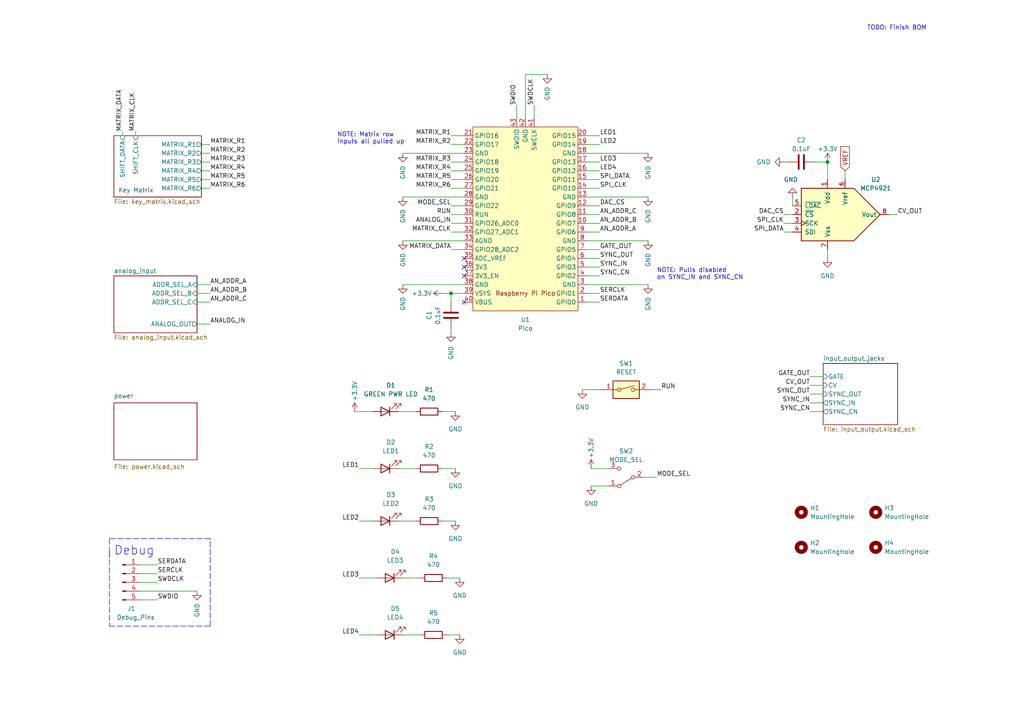
<source format=kicad_sch>
(kicad_sch (version 20211123) (generator eeschema)
  (paper "A4")
  (title_block (title "Keyboard Controller") (rev "1"))
  (lib_symbols
    (symbol "Analog_DAC:MCP4921" (pin_names (offset 1.016))
      (property "Reference" "U" (at 6.35 10.795 0))
      (property "Value" "MCP4921" (at 6.35 8.89 0))
      (symbol "MCP4921_0_0"
        (polyline (pts (xy 15.24 0) (xy 7.62 7.62) (xy -7.62 7.62) (xy -7.62 -7.62) (xy 7.62 -7.62) (xy 15.24 0)) (stroke (width 0.254)) (fill (type background)))
      )
      (symbol "MCP4921_1_1"
        (pin power_in line (at 0 10.16 270) (length 2.54) (name "Vdd") (number "1"))
        (pin input line (at -10.16 0 0) (length 2.54) (name "~{CS}") (number "2"))
        (pin input clock (at -10.16 -2.54 0) (length 2.54) (name "SCK") (number "3"))
        (pin input line (at -10.16 -5.08 0) (length 2.54) (name "SDI") (number "4"))
        (pin input line (at -10.16 2.54 0) (length 2.54) (name "~{LDAC}") (number "5"))
        (pin power_in line (at 5.08 10.16 270) (length 2.54) (name "Vref") (number "6"))
        (pin power_in line (at 0 -10.16 90) (length 2.54) (name "Vss") (number "7"))
        (pin output line (at 17.78 0 180) (length 2.54) (name "Vout") (number "8"))
      )
    )
    (symbol "Connector:Conn_01x05_Male" (pin_names (offset 1.016) hide)
      (property "Reference" "J" (at 0 7.62 0))
      (property "Value" "Conn_01x05_Male" (at 0 -7.62 0))
      (symbol "Conn_01x05_Male_1_1"
        (polyline (pts (xy 1.27 -5.08) (xy 0.8636 -5.08)) (stroke (width 0.1524)))
        (polyline (pts (xy 1.27 -2.54) (xy 0.8636 -2.54)) (stroke (width 0.1524)))
        (polyline (pts (xy 1.27 0) (xy 0.8636 0)) (stroke (width 0.1524)))
        (polyline (pts (xy 1.27 2.54) (xy 0.8636 2.54)) (stroke (width 0.1524)))
        (polyline (pts (xy 1.27 5.08) (xy 0.8636 5.08)) (stroke (width 0.1524)))
        (rectangle (start 0.8636 -4.953) (end 0 -5.207) (stroke (width 0.1524)) (fill (type outline)))
        (rectangle (start 0.8636 -2.413) (end 0 -2.667) (stroke (width 0.1524)) (fill (type outline)))
        (rectangle (start 0.8636 0.127) (end 0 -0.127) (stroke (width 0.1524)) (fill (type outline)))
        (rectangle (start 0.8636 2.667) (end 0 2.413) (stroke (width 0.1524)) (fill (type outline)))
        (rectangle (start 0.8636 5.207) (end 0 4.953) (stroke (width 0.1524)) (fill (type outline)))
        (pin passive line (at 5.08 5.08 180) (length 3.81) (name "Pin_1") (number "1"))
        (pin passive line (at 5.08 2.54 180) (length 3.81) (name "Pin_2") (number "2"))
        (pin passive line (at 5.08 0 180) (length 3.81) (name "Pin_3") (number "3"))
        (pin passive line (at 5.08 -2.54 180) (length 3.81) (name "Pin_4") (number "4"))
        (pin passive line (at 5.08 -5.08 180) (length 3.81) (name "Pin_5") (number "5"))
      )
    )
    (symbol "Device:C" (pin_numbers hide) (pin_names (offset 0.254))
      (property "Reference" "C" (at 0.635 2.54 0))
      (property "Value" "C" (at 0.635 -2.54 0))
      (symbol "C_0_1"
        (polyline (pts (xy -2.032 -0.762) (xy 2.032 -0.762)) (stroke (width 0.508)))
        (polyline (pts (xy -2.032 0.762) (xy 2.032 0.762)) (stroke (width 0.508)))
      )
      (symbol "C_1_1"
        (pin passive line (at 0 3.81 270) (length 2.794) (name "~") (number "1"))
        (pin passive line (at 0 -3.81 90) (length 2.794) (name "~") (number "2"))
      )
    )
    (symbol "Device:LED" (pin_numbers hide) (pin_names (offset 1.016) hide)
      (property "Reference" "D" (at 0 2.54 0))
      (property "Value" "LED" (at 0 -2.54 0))
      (symbol "LED_0_1"
        (polyline (pts (xy -1.27 -1.27) (xy -1.27 1.27)) (stroke (width 0.254)))
        (polyline (pts (xy -1.27 0) (xy 1.27 0)))
        (polyline (pts (xy 1.27 -1.27) (xy 1.27 1.27) (xy -1.27 0) (xy 1.27 -1.27)) (stroke (width 0.254)))
        (polyline (pts (xy -3.048 -0.762) (xy -4.572 -2.286) (xy -3.81 -2.286) (xy -4.572 -2.286) (xy -4.572 -1.524)))
        (polyline (pts (xy -1.778 -0.762) (xy -3.302 -2.286) (xy -2.54 -2.286) (xy -3.302 -2.286) (xy -3.302 -1.524)))
      )
      (symbol "LED_1_1"
        (pin passive line (at -3.81 0 0) (length 2.54) (name "K") (number "1"))
        (pin passive line (at 3.81 0 180) (length 2.54) (name "A") (number "2"))
      )
    )
    (symbol "Device:R" (pin_numbers hide) (pin_names (offset 0))
      (property "Reference" "R" (at 2.032 0 90))
      (property "Value" "R" (at 0 0 90))
      (symbol "R_0_1"
        (rectangle (start -1.016 -2.54) (end 1.016 2.54) (stroke (width 0.254)))
      )
      (symbol "R_1_1"
        (pin passive line (at 0 3.81 270) (length 1.27) (name "~") (number "1"))
        (pin passive line (at 0 -3.81 90) (length 1.27) (name "~") (number "2"))
      )
    )
    (symbol "MCU_RaspberryPi_and_Boards:Pico"
      (property "Reference" "U" (at -13.97 27.94 0))
      (property "Value" "Pico" (at 0 19.05 0))
      (symbol "Pico_0_0"
        (text "Raspberry Pi Pico" (at 0 21.59 0) (effects (font (size 1.27 1.27))))
      )
      (symbol "Pico_0_1"
        (rectangle (start -15.24 26.67) (end 15.24 -26.67) (fill (type background)))
      )
      (symbol "Pico_1_1"
        (pin bidirectional line (at -17.78 24.13 0) (length 2.54) (name "GPIO0") (number "1"))
        (pin bidirectional line (at -17.78 1.27 0) (length 2.54) (name "GPIO7") (number "10"))
        (pin bidirectional line (at -17.78 -1.27 0) (length 2.54) (name "GPIO8") (number "11"))
        (pin bidirectional line (at -17.78 -3.81 0) (length 2.54) (name "GPIO9") (number "12"))
        (pin power_in line (at -17.78 -6.35 0) (length 2.54) (name "GND") (number "13"))
        (pin bidirectional line (at -17.78 -8.89 0) (length 2.54) (name "GPIO10") (number "14"))
        (pin bidirectional line (at -17.78 -11.43 0) (length 2.54) (name "GPIO11") (number "15"))
        (pin bidirectional line (at -17.78 -13.97 0) (length 2.54) (name "GPIO12") (number "16"))
        (pin bidirectional line (at -17.78 -16.51 0) (length 2.54) (name "GPIO13") (number "17"))
        (pin power_in line (at -17.78 -19.05 0) (length 2.54) (name "GND") (number "18"))
        (pin bidirectional line (at -17.78 -21.59 0) (length 2.54) (name "GPIO14") (number "19"))
        (pin bidirectional line (at -17.78 21.59 0) (length 2.54) (name "GPIO1") (number "2"))
        (pin bidirectional line (at -17.78 -24.13 0) (length 2.54) (name "GPIO15") (number "20"))
        (pin bidirectional line (at 17.78 -24.13 180) (length 2.54) (name "GPIO16") (number "21"))
        (pin bidirectional line (at 17.78 -21.59 180) (length 2.54) (name "GPIO17") (number "22"))
        (pin power_in line (at 17.78 -19.05 180) (length 2.54) (name "GND") (number "23"))
        (pin bidirectional line (at 17.78 -16.51 180) (length 2.54) (name "GPIO18") (number "24"))
        (pin bidirectional line (at 17.78 -13.97 180) (length 2.54) (name "GPIO19") (number "25"))
        (pin bidirectional line (at 17.78 -11.43 180) (length 2.54) (name "GPIO20") (number "26"))
        (pin bidirectional line (at 17.78 -8.89 180) (length 2.54) (name "GPIO21") (number "27"))
        (pin power_in line (at 17.78 -6.35 180) (length 2.54) (name "GND") (number "28"))
        (pin bidirectional line (at 17.78 -3.81 180) (length 2.54) (name "GPIO22") (number "29"))
        (pin power_in line (at -17.78 19.05 0) (length 2.54) (name "GND") (number "3"))
        (pin input line (at 17.78 -1.27 180) (length 2.54) (name "RUN") (number "30"))
        (pin bidirectional line (at 17.78 1.27 180) (length 2.54) (name "GPIO26_ADC0") (number "31"))
        (pin bidirectional line (at 17.78 3.81 180) (length 2.54) (name "GPIO27_ADC1") (number "32"))
        (pin power_in line (at 17.78 6.35 180) (length 2.54) (name "AGND") (number "33"))
        (pin bidirectional line (at 17.78 8.89 180) (length 2.54) (name "GPIO28_ADC2") (number "34"))
        (pin power_in line (at 17.78 11.43 180) (length 2.54) (name "ADC_VREF") (number "35"))
        (pin power_in line (at 17.78 13.97 180) (length 2.54) (name "3V3") (number "36"))
        (pin input line (at 17.78 16.51 180) (length 2.54) (name "3V3_EN") (number "37"))
        (pin power_in line (at 17.78 19.05 180) (length 2.54) (name "GND") (number "38"))
        (pin power_in line (at 17.78 21.59 180) (length 2.54) (name "VSYS") (number "39"))
        (pin bidirectional line (at -17.78 16.51 0) (length 2.54) (name "GPIO2") (number "4"))
        (pin power_in line (at 17.78 24.13 180) (length 2.54) (name "VBUS") (number "40"))
        (pin input line (at -2.54 -29.21 90) (length 2.54) (name "SWCLK") (number "41"))
        (pin power_in line (at 0 -29.21 90) (length 2.54) (name "GND") (number "42"))
        (pin bidirectional line (at 2.54 -29.21 90) (length 2.54) (name "SWDIO") (number "43"))
        (pin bidirectional line (at -17.78 13.97 0) (length 2.54) (name "GPIO3") (number "5"))
        (pin bidirectional line (at -17.78 11.43 0) (length 2.54) (name "GPIO4") (number "6"))
        (pin bidirectional line (at -17.78 8.89 0) (length 2.54) (name "GPIO5") (number "7"))
        (pin power_in line (at -17.78 6.35 0) (length 2.54) (name "GND") (number "8"))
        (pin bidirectional line (at -17.78 3.81 0) (length 2.54) (name "GPIO6") (number "9"))
      )
    )
    (symbol "Mechanical:MountingHole" (pin_names (offset 1.016))
      (property "Reference" "H" (at 0 5.08 0))
      (property "Value" "MountingHole" (at 0 3.175 0))
      (symbol "MountingHole_0_1"
        (circle (center 0 0) (radius 1.27) (stroke (width 1.27)))
      )
    )
    (symbol "Switch:SW_DIP_x01" (pin_names (offset 0) hide)
      (property "Reference" "SW" (at 0 3.81 0))
      (property "Value" "SW_DIP_x01" (at 0 -3.81 0))
      (symbol "SW_DIP_x01_0_0"
        (circle (center -2.032 0) (radius 0.508))
        (polyline (pts (xy -1.524 0.127) (xy 2.3622 1.1684)))
        (circle (center 2.032 0) (radius 0.508))
      )
      (symbol "SW_DIP_x01_0_1"
        (rectangle (start -3.81 2.54) (end 3.81 -2.54) (stroke (width 0.254)) (fill (type background)))
      )
      (symbol "SW_DIP_x01_1_1"
        (pin passive line (at -7.62 0 0) (length 5.08) (name "~") (number "1"))
        (pin passive line (at 7.62 0 180) (length 5.08) (name "~") (number "2"))
      )
    )
    (symbol "Switch:SW_SPDT" (pin_names (offset 0) hide)
      (property "Reference" "SW" (at 0 4.318 0))
      (property "Value" "SW_SPDT" (at 0 -5.08 0))
      (symbol "SW_SPDT_0_0"
        (circle (center -2.032 0) (radius 0.508))
        (circle (center 2.032 -2.54) (radius 0.508))
      )
      (symbol "SW_SPDT_0_1"
        (polyline (pts (xy -1.524 0.254) (xy 1.651 2.286)))
        (circle (center 2.032 2.54) (radius 0.508))
      )
      (symbol "SW_SPDT_1_1"
        (pin passive line (at 5.08 2.54 180) (length 2.54) (name "A") (number "1"))
        (pin passive line (at -5.08 0 0) (length 2.54) (name "B") (number "2"))
        (pin passive line (at 5.08 -2.54 180) (length 2.54) (name "C") (number "3"))
      )
    )
    (symbol "power:+3.3V" (power) (pin_names (offset 0))
      (property "Value" "+3.3V" (at 0 3.556 0))
      (symbol "+3.3V_0_1"
        (polyline (pts (xy -0.762 1.27) (xy 0 2.54)))
        (polyline (pts (xy 0 0) (xy 0 2.54)))
        (polyline (pts (xy 0 2.54) (xy 0.762 1.27)))
      )
      (symbol "+3.3V_1_1"
        (pin power_in line (at 0 0 90) (length 0) hide (name "+3.3V") (number "1"))
      )
    )
    (symbol "power:GND" (power) (pin_names (offset 0))
      (property "Value" "GND" (at 0 -3.81 0))
      (symbol "GND_0_1"
        (polyline (pts (xy 0 0) (xy 0 -1.27) (xy 1.27 -1.27) (xy 0 -2.54) (xy -1.27 -1.27) (xy 0 -1.27)))
      )
      (symbol "GND_1_1"
        (pin power_in line (at 0 0 270) (length 0) hide (name "GND") (number "1"))
      )
    )
  )
  (junction (at 240.03 46.99))
  (junction (at 130.81 85.09))
  (no_connect (at 134.62 74.93))
  (no_connect (at 134.62 77.47))
  (no_connect (at 134.62 80.01))
  (no_connect (at 134.62 87.63))
  (wire (pts (xy 186.69 138.43) (xy 190.5 138.43)))
  (wire (pts (xy 170.18 77.47) (xy 173.99 77.47)))
  (wire (pts (xy 130.81 64.77) (xy 134.62 64.77)))
  (polyline (pts (xy 31.75 156.21) (xy 31.75 161.29)))
  (wire (pts (xy 129.54 184.15) (xy 133.35 184.15)))
  (wire (pts (xy 128.27 151.13) (xy 132.08 151.13)))
  (wire (pts (xy 130.81 96.52) (xy 130.81 95.25)))
  (polyline (pts (xy 60.96 181.61) (xy 60.96 156.21)))
  (wire (pts (xy 116.84 69.85) (xy 134.62 69.85)))
  (wire (pts (xy 227.33 62.23) (xy 229.87 62.23)))
  (wire (pts (xy 170.18 64.77) (xy 173.99 64.77)))
  (wire (pts (xy 58.42 52.07) (xy 60.96 52.07)))
  (wire (pts (xy 102.87 119.38) (xy 107.95 119.38)))
  (wire (pts (xy 170.18 87.63) (xy 173.99 87.63)))
  (wire (pts (xy 40.64 173.99) (xy 45.72 173.99)))
  (wire (pts (xy 129.54 167.64) (xy 133.35 167.64)))
  (wire (pts (xy 130.81 52.07) (xy 134.62 52.07)))
  (wire (pts (xy 58.42 44.45) (xy 60.96 44.45)))
  (wire (pts (xy 57.15 93.98) (xy 60.96 93.98)))
  (wire (pts (xy 130.81 85.09) (xy 130.81 87.63)))
  (wire (pts (xy 154.94 30.48) (xy 154.94 34.29)))
  (wire (pts (xy 170.18 41.91) (xy 173.99 41.91)))
  (wire (pts (xy 130.81 39.37) (xy 134.62 39.37)))
  (wire (pts (xy 115.57 119.38) (xy 120.65 119.38)))
  (wire (pts (xy 227.33 64.77) (xy 229.87 64.77)))
  (wire (pts (xy 130.81 85.09) (xy 128.27 85.09)))
  (wire (pts (xy 116.84 167.64) (xy 121.92 167.64)))
  (wire (pts (xy 170.18 85.09) (xy 173.99 85.09)))
  (wire (pts (xy 116.84 44.45) (xy 134.62 44.45)))
  (wire (pts (xy 149.86 30.48) (xy 149.86 34.29)))
  (wire (pts (xy 115.57 151.13) (xy 120.65 151.13)))
  (wire (pts (xy 170.18 74.93) (xy 173.99 74.93)))
  (wire (pts (xy 170.18 62.23) (xy 173.99 62.23)))
  (wire (pts (xy 187.96 44.45) (xy 170.18 44.45)))
  (wire (pts (xy 171.45 135.89) (xy 176.53 135.89)))
  (wire (pts (xy 170.18 80.01) (xy 173.99 80.01)))
  (wire (pts (xy 170.18 72.39) (xy 173.99 72.39)))
  (wire (pts (xy 130.81 67.31) (xy 134.62 67.31)))
  (wire (pts (xy 240.03 46.99) (xy 240.03 52.07)))
  (wire (pts (xy 57.15 87.63) (xy 60.96 87.63)))
  (wire (pts (xy 130.81 49.53) (xy 134.62 49.53)))
  (wire (pts (xy 128.27 119.38) (xy 132.08 119.38)))
  (wire (pts (xy 58.42 49.53) (xy 60.96 49.53)))
  (wire (pts (xy 58.42 41.91) (xy 60.96 41.91)))
  (wire (pts (xy 170.18 49.53) (xy 173.99 49.53)))
  (wire (pts (xy 104.14 135.89) (xy 107.95 135.89)))
  (wire (pts (xy 170.18 46.99) (xy 173.99 46.99)))
  (wire (pts (xy 187.96 69.85) (xy 170.18 69.85)))
  (wire (pts (xy 116.84 184.15) (xy 121.92 184.15)))
  (wire (pts (xy 227.33 46.99) (xy 228.6 46.99)))
  (wire (pts (xy 168.91 113.03) (xy 173.99 113.03)))
  (wire (pts (xy 170.18 59.69) (xy 173.99 59.69)))
  (wire (pts (xy 234.95 116.84) (xy 238.76 116.84)))
  (wire (pts (xy 130.81 62.23) (xy 134.62 62.23)))
  (polyline (pts (xy 31.75 181.61) (xy 60.96 181.61)))
  (wire (pts (xy 130.81 72.39) (xy 134.62 72.39)))
  (polyline (pts (xy 31.75 160.02) (xy 31.75 181.61)))
  (wire (pts (xy 152.4 21.59) (xy 158.75 21.59)))
  (wire (pts (xy 189.23 113.03) (xy 191.77 113.03)))
  (wire (pts (xy 40.64 171.45) (xy 57.15 171.45)))
  (wire (pts (xy 170.18 67.31) (xy 173.99 67.31)))
  (wire (pts (xy 229.87 57.15) (xy 229.87 59.69)))
  (wire (pts (xy 39.37 38.1) (xy 39.37 39.37)))
  (wire (pts (xy 240.03 72.39) (xy 240.03 74.93)))
  (wire (pts (xy 115.57 135.89) (xy 120.65 135.89)))
  (wire (pts (xy 130.81 59.69) (xy 134.62 59.69)))
  (wire (pts (xy 130.81 41.91) (xy 134.62 41.91)))
  (wire (pts (xy 104.14 184.15) (xy 109.22 184.15)))
  (wire (pts (xy 40.64 168.91) (xy 45.72 168.91)))
  (wire (pts (xy 170.18 54.61) (xy 173.99 54.61)))
  (wire (pts (xy 134.62 85.09) (xy 130.81 85.09)))
  (wire (pts (xy 257.81 62.23) (xy 260.35 62.23)))
  (wire (pts (xy 35.56 38.1) (xy 35.56 39.37)))
  (wire (pts (xy 170.18 52.07) (xy 173.99 52.07)))
  (wire (pts (xy 170.18 82.55) (xy 187.96 82.55)))
  (wire (pts (xy 234.95 114.3) (xy 238.76 114.3)))
  (wire (pts (xy 187.96 57.15) (xy 170.18 57.15)))
  (wire (pts (xy 152.4 34.29) (xy 152.4 21.59)))
  (wire (pts (xy 104.14 151.13) (xy 107.95 151.13)))
  (wire (pts (xy 116.84 82.55) (xy 134.62 82.55)))
  (wire (pts (xy 245.11 49.53) (xy 245.11 52.07)))
  (wire (pts (xy 234.95 111.76) (xy 238.76 111.76)))
  (wire (pts (xy 171.45 140.97) (xy 176.53 140.97)))
  (wire (pts (xy 234.95 109.22) (xy 238.76 109.22)))
  (wire (pts (xy 57.15 82.55) (xy 60.96 82.55)))
  (wire (pts (xy 128.27 135.89) (xy 132.08 135.89)))
  (wire (pts (xy 40.64 166.37) (xy 45.72 166.37)))
  (wire (pts (xy 104.14 167.64) (xy 109.22 167.64)))
  (wire (pts (xy 57.15 85.09) (xy 60.96 85.09)))
  (wire (pts (xy 170.18 39.37) (xy 173.99 39.37)))
  (polyline (pts (xy 60.96 156.21) (xy 31.75 156.21)))
  (wire (pts (xy 227.33 67.31) (xy 229.87 67.31)))
  (wire (pts (xy 40.64 163.83) (xy 45.72 163.83)))
  (wire (pts (xy 130.81 54.61) (xy 134.62 54.61)))
  (wire (pts (xy 116.84 57.15) (xy 134.62 57.15)))
  (wire (pts (xy 58.42 46.99) (xy 60.96 46.99)))
  (wire (pts (xy 130.81 46.99) (xy 134.62 46.99)))
  (wire (pts (xy 234.95 119.38) (xy 238.76 119.38)))
  (wire (pts (xy 58.42 54.61) (xy 60.96 54.61)))
  (wire (pts (xy 236.22 46.99) (xy 240.03 46.99)))
  (text "NOTE: Matrix row \ninputs all pulled up" (at 97.79 41.91 0) (effects (font (size 1.27 1.27)) (justify left bottom)))
  (text "TODO: Finish BOM" (at 251.46 8.89 0) (effects (font (size 1.27 1.27)) (justify left bottom)))
  (text "NOTE: Pulls disabled\non SYNC_IN and SYNC_CN" (at 190.5 81.28 0) (effects (font (size 1.27 1.27)) (justify left bottom)))
  (text "Debug" (at 33.02 161.29 0) (effects (font (size 2.54 2.54)) (justify left bottom)))
  (label "SWDIO" (at 149.86 30.48 90))
  (label "SERCLK" (at 173.99 85.09 0))
  (label "LED4" (at 104.14 184.15 180))
  (label "SYNC_OUT" (at 173.99 74.93 0))
  (label "SERCLK" (at 45.72 166.37 0))
  (label "MATRIX_R4" (at 130.81 49.53 180))
  (label "SPI_DATA" (at 173.99 52.07 0))
  (label "ANALOG_IN" (at 60.96 93.98 0))
  (label "SPI_DATA" (at 227.33 67.31 180))
  (label "AN_ADDR_B" (at 60.96 85.09 0))
  (label "SYNC_OUT" (at 234.95 114.3 180))
  (label "LED2" (at 104.14 151.13 180))
  (label "SYNC_IN" (at 173.99 77.47 0))
  (label "SWDCLK" (at 154.94 30.48 90))
  (label "MATRIX_CLK" (at 130.81 67.31 180))
  (label "MATRIX_R1" (at 130.81 39.37 180))
  (label "SWDIO" (at 45.72 173.99 0))
  (label "AN_ADDR_A" (at 173.99 67.31 0))
  (label "LED4" (at 173.99 49.53 0))
  (label "MODE_SEL" (at 130.81 59.69 180))
  (label "SYNC_IN" (at 234.95 116.84 180))
  (label "MATRIX_R4" (at 60.96 49.53 0))
  (label "MATRIX_R5" (at 130.81 52.07 180))
  (label "MODE_SEL" (at 190.5 138.43 0))
  (label "MATRIX_R6" (at 130.81 54.61 180))
  (label "MATRIX_R1" (at 60.96 41.91 0))
  (label "MATRIX_R2" (at 130.81 41.91 180))
  (label "MATRIX_DATA" (at 130.81 72.39 180))
  (label "MATRIX_R3" (at 130.81 46.99 180))
  (label "SERDATA" (at 45.72 163.83 0))
  (label "SERDATA" (at 173.99 87.63 0))
  (label "MATRIX_R6" (at 60.96 54.61 0))
  (label "MATRIX_DATA" (at 35.56 38.1 90))
  (label "MATRIX_R2" (at 60.96 44.45 0))
  (label "CV_OUT" (at 234.95 111.76 180))
  (label "LED2" (at 173.99 41.91 0))
  (label "SYNC_CN" (at 234.95 119.38 180))
  (label "DAC_CS" (at 227.33 62.23 180))
  (label "DAC_CS" (at 173.99 59.69 0))
  (label "SPI_CLK" (at 227.33 64.77 180))
  (label "AN_ADDR_A" (at 60.96 82.55 0))
  (label "GATE_OUT" (at 234.95 109.22 180))
  (label "AN_ADDR_C" (at 173.99 62.23 0))
  (label "LED3" (at 104.14 167.64 180))
  (label "MATRIX_R5" (at 60.96 52.07 0))
  (label "LED1" (at 104.14 135.89 180))
  (label "AN_ADDR_B" (at 173.99 64.77 0))
  (label "RUN" (at 191.77 113.03 0))
  (label "LED1" (at 173.99 39.37 0))
  (label "LED3" (at 173.99 46.99 0))
  (label "RUN" (at 130.81 62.23 180))
  (label "MATRIX_CLK" (at 39.37 38.1 90))
  (label "GATE_OUT" (at 173.99 72.39 0))
  (label "SWDCLK" (at 45.72 168.91 0))
  (label "CV_OUT" (at 260.35 62.23 0))
  (label "AN_ADDR_C" (at 60.96 87.63 0))
  (label "SYNC_CN" (at 173.99 80.01 0))
  (label "SPI_CLK" (at 173.99 54.61 0))
  (label "MATRIX_R3" (at 60.96 46.99 0))
  (label "ANALOG_IN" (at 130.81 64.77 180))
  (global_label "VREF" (shape input) (at 245.11 49.53 90) (property "Intersheet References" "${INTERSHEET_REFS}" (effects hide)))
  (symbol (lib_id "power:GND") (at 133.35 167.64 0) (unit 1)
    (property "Reference" "#PWR012" (effects hide))
    (property "Value" "GND" (at 133.35 172.72 0))
  )
  (symbol (lib_id "Device:LED") (at 111.76 119.38 180) (unit 1)
    (property "Reference" "D1" (at 113.3475 111.76 0))
    (property "Value" "GREEN PWR LED" (at 113.3475 114.3 0))
    (property "Footprint" "LED_THT:LED_D5.0mm" (effects hide))
    (property "Supplier" "Tayda" (effects hide))
  )
  (symbol (lib_id "Switch:SW_DIP_x01") (at 181.61 113.03 0) (unit 1)
    (property "Reference" "SW1" (at 181.61 105.41 0))
    (property "Value" "RESET" (at 181.61 107.95 0))
    (property "Footprint" "Button_Switch_THT:SW_PUSH_6mm" (effects hide))
    (property "Supplier" "Tayda" (effects hide))
    (property "Supplier Part No." "A-5127" (effects hide))
    (property "Manufacturer" "WEALTH METAL" (effects hide))
    (property "Manufacturer Part No." "Tact Switch 6x6mm 5mm" (effects hide))
  )
  (symbol (lib_id "power:+3.3V") (at 240.03 46.99 0) (unit 1)
    (property "Reference" "#PWR024" (effects hide))
    (property "Value" "+3.3V" (at 240.03 43.18 0))
  )
  (symbol (lib_id "power:GND") (at 116.84 82.55 0) (unit 1)
    (property "Reference" "#PWR06" (effects hide))
    (property "Value" "GND" (at 116.84 90.17 90) (effects (justify left)))
  )
  (symbol (lib_id "power:GND") (at 116.84 57.15 0) (unit 1)
    (property "Reference" "#PWR04" (effects hide))
    (property "Value" "GND" (at 116.84 64.77 90) (effects (justify left)))
  )
  (symbol (lib_id "power:GND") (at 240.03 74.93 0) (unit 1)
    (property "Reference" "#PWR025" (effects hide))
    (property "Value" "GND" (at 240.03 80.01 0))
  )
  (symbol (lib_id "power:GND") (at 168.91 113.03 0) (unit 1)
    (property "Reference" "#PWR015" (effects hide))
    (property "Value" "GND" (at 168.91 118.11 0))
  )
  (symbol (lib_id "power:+3.3V") (at 128.27 85.09 90) (mirror x) (unit 1)
    (property "Reference" "#PWR07" (effects hide))
    (property "Value" "+3.3V" (at 119.38 85.09 90) (effects (justify right)))
  )
  (symbol (lib_id "power:GND") (at 187.96 69.85 0) (mirror y) (unit 1)
    (property "Reference" "#PWR020" (effects hide))
    (property "Value" "GND" (at 187.96 77.47 90) (effects (justify left)))
  )
  (symbol (lib_id "power:GND") (at 158.75 21.59 0) (mirror y) (unit 1)
    (property "Reference" "#PWR014" (effects hide))
    (property "Value" "GND" (at 158.75 29.21 90) (effects (justify left)))
  )
  (symbol (lib_id "Device:R") (at 125.73 167.64 90) (unit 1)
    (property "Reference" "R4" (at 125.73 161.29 90))
    (property "Value" "470" (at 125.73 163.83 90))
    (property "Footprint" "Royal_Ohm_Resistors:R_Axial_DIN0207_L6.8mm_D2.5mm_P10.16mm_Horizontal" (effects hide))
    (property "Supplier" "Tayda" (effects hide))
  )
  (symbol (lib_id "MCU_RaspberryPi_and_Boards:Pico") (at 152.4 63.5 180) (unit 1)
    (property "Reference" "U1" (at 152.4 92.71 0))
    (property "Value" "Pico" (at 152.4 95.25 0))
    (property "Footprint" "MCU_RaspberryPi_and_Boards:RPi_Pico_SMD_TH" (effects hide))
  )
  (symbol (lib_id "Mechanical:MountingHole") (at 254 148.59 0) (unit 1)
    (property "Reference" "H3" (at 256.54 147.3199 0) (effects (justify left)))
    (property "Value" "MountingHole" (at 256.54 149.8599 0) (effects (justify left)))
    (property "Footprint" "MountingHole:MountingHole_3.2mm_M3" (effects hide))
  )
  (symbol (lib_id "Mechanical:MountingHole") (at 232.41 148.59 0) (unit 1)
    (property "Reference" "H1" (at 234.95 147.3199 0) (effects (justify left)))
    (property "Value" "MountingHole" (at 234.95 149.8599 0) (effects (justify left)))
    (property "Footprint" "MountingHole:MountingHole_3.2mm_M3" (effects hide))
  )
  (symbol (lib_id "Device:R") (at 124.46 135.89 90) (unit 1)
    (property "Reference" "R2" (at 124.46 129.54 90))
    (property "Value" "470" (at 124.46 132.08 90))
    (property "Footprint" "Royal_Ohm_Resistors:R_Axial_DIN0207_L6.8mm_D2.5mm_P10.16mm_Horizontal" (effects hide))
    (property "Supplier" "Tayda" (effects hide))
  )
  (symbol (lib_id "Device:C") (at 232.41 46.99 90) (unit 1)
    (property "Reference" "C2" (at 232.41 40.64 90))
    (property "Value" "0.1uF" (at 232.41 43.18 90))
    (property "Footprint" "AEC_Capacitors:C_Disc_D5.0mm_W2.5mm_P3.0mm" (effects hide))
    (property "Supplier" "Tayda" (effects hide))
    (property "Manufacturer" "AEC" (effects hide))
    (property "Manufacturer Part No." "0.1uF 50V Ceramic Disc Capacitor" (effects hide))
    (property "Supplier Part No." "A-4008" (effects hide))
    (property "Notes" "Ceramic" (effects hide))
  )
  (symbol (lib_id "power:GND") (at 187.96 44.45 0) (mirror y) (unit 1)
    (property "Reference" "#PWR018" (effects hide))
    (property "Value" "GND" (at 187.96 52.07 90) (effects (justify left)))
  )
  (symbol (lib_id "Device:LED") (at 113.03 167.64 180) (unit 1)
    (property "Reference" "D4" (at 114.6175 160.02 0))
    (property "Value" "LED3" (at 114.6175 162.56 0))
    (property "Footprint" "LED_THT:LED_D5.0mm" (effects hide))
    (property "Supplier" "Tayda" (effects hide))
  )
  (symbol (lib_id "Mechanical:MountingHole") (at 254 158.75 0) (unit 1)
    (property "Reference" "H4" (at 256.54 157.4799 0) (effects (justify left)))
    (property "Value" "MountingHole" (at 256.54 160.0199 0) (effects (justify left)))
    (property "Footprint" "MountingHole:MountingHole_3.2mm_M3" (effects hide))
  )
  (symbol (lib_id "power:GND") (at 130.81 96.52 0) (unit 1)
    (property "Reference" "#PWR08" (effects hide))
    (property "Value" "GND" (at 130.8099 100.33 90) (effects (justify right)))
  )
  (symbol (lib_id "power:GND") (at 57.15 171.45 0) (unit 1)
    (property "Reference" "#PWR01" (effects hide))
    (property "Value" "GND" (at 57.15 179.07 90) (effects (justify left)))
  )
  (symbol (lib_id "power:+3.3V") (at 102.87 119.38 0) (mirror y) (unit 1)
    (property "Reference" "#PWR02" (effects hide))
    (property "Value" "+3.3V" (at 102.87 110.49 90) (effects (justify right)))
  )
  (symbol (lib_id "power:GND") (at 132.08 135.89 0) (unit 1)
    (property "Reference" "#PWR010" (effects hide))
    (property "Value" "GND" (at 132.08 140.97 0))
  )
  (symbol (lib_id "Mechanical:MountingHole") (at 232.41 158.75 0) (unit 1)
    (property "Reference" "H2" (at 234.95 157.4799 0) (effects (justify left)))
    (property "Value" "MountingHole" (at 234.95 160.0199 0) (effects (justify left)))
    (property "Footprint" "MountingHole:MountingHole_3.2mm_M3" (effects hide))
  )
  (symbol (lib_id "power:GND") (at 187.96 57.15 0) (mirror y) (unit 1)
    (property "Reference" "#PWR019" (effects hide))
    (property "Value" "GND" (at 187.96 64.77 90) (effects (justify left)))
  )
  (symbol (lib_id "Device:LED") (at 113.03 184.15 180) (unit 1)
    (property "Reference" "D5" (at 114.6175 176.53 0))
    (property "Value" "LED4" (at 114.6175 179.07 0))
    (property "Footprint" "LED_THT:LED_D5.0mm" (effects hide))
    (property "Supplier" "Tayda" (effects hide))
  )
  (symbol (lib_id "Device:R") (at 125.73 184.15 90) (unit 1)
    (property "Reference" "R5" (at 125.73 177.8 90))
    (property "Value" "470" (at 125.73 180.34 90))
    (property "Footprint" "Royal_Ohm_Resistors:R_Axial_DIN0207_L6.8mm_D2.5mm_P10.16mm_Horizontal" (effects hide))
    (property "Supplier" "Tayda" (effects hide))
  )
  (symbol (lib_id "Device:C") (at 130.81 91.44 180) (unit 1)
    (property "Reference" "C1" (at 124.46 91.44 90))
    (property "Value" "0.1uF" (at 127 91.44 90))
    (property "Footprint" "AEC_Capacitors:C_Disc_D5.0mm_W2.5mm_P3.0mm" (effects hide))
    (property "Supplier" "Tayda" (effects hide))
    (property "Manufacturer" "AEC" (effects hide))
    (property "Manufacturer Part No." "0.1uF 50V Ceramic Disc Capacitor" (effects hide))
    (property "Supplier Part No." "A-4008" (effects hide))
    (property "Notes" "Ceramic" (effects hide))
  )
  (symbol (lib_id "Device:LED") (at 111.76 151.13 180) (unit 1)
    (property "Reference" "D3" (at 113.3475 143.51 0))
    (property "Value" "LED2" (at 113.3475 146.05 0))
    (property "Footprint" "LED_THT:LED_D5.0mm" (effects hide))
    (property "Supplier" "Tayda" (effects hide))
  )
  (symbol (lib_id "power:+3.3V") (at 171.45 135.89 0) (mirror y) (unit 1)
    (property "Reference" "#PWR016" (effects hide))
    (property "Value" "+3.3V" (at 171.45 127 90) (effects (justify right)))
  )
  (symbol (lib_id "Switch:SW_SPDT") (at 181.61 138.43 180) (unit 1)
    (property "Reference" "SW2" (at 181.61 130.81 0))
    (property "Value" "MODE_SEL" (at 181.61 133.35 0))
    (property "Footprint" "Wealth_Metal_Switches:Slide_Switch_SPDT_SS12F44G5" (effects hide))
    (property "Supplier" "Tayda" (effects hide))
    (property "Supplier Part No." "A-659" (effects hide))
    (property "Manufacturer" "WEALTH METAL" (effects hide))
    (property "Manufacturer Part No." "SS12F44G5" (effects hide))
  )
  (symbol (lib_id "Connector:Conn_01x05_Male") (at 35.56 168.91 0) (unit 1)
    (property "Reference" "J1" (at 38.1 176.53 0))
    (property "Value" "Debug_Pins" (at 39.37 179.07 0))
    (property "Footprint" "Connector_PinHeader_2.54mm:PinHeader_1x05_P2.54mm_Vertical" (effects hide))
    (property "Supplier" "Tayda" (effects hide))
  )
  (symbol (lib_id "power:GND") (at 227.33 46.99 270) (unit 1)
    (property "Reference" "#PWR022" (effects hide))
    (property "Value" "GND" (at 223.52 46.9899 90) (effects (justify right)))
  )
  (symbol (lib_id "Device:R") (at 124.46 119.38 90) (unit 1)
    (property "Reference" "R1" (at 124.46 113.03 90))
    (property "Value" "470" (at 124.46 115.57 90))
    (property "Footprint" "Royal_Ohm_Resistors:R_Axial_DIN0207_L6.8mm_D2.5mm_P10.16mm_Horizontal" (effects hide))
    (property "Supplier" "Tayda" (effects hide))
  )
  (symbol (lib_id "power:GND") (at 116.84 44.45 0) (unit 1)
    (property "Reference" "#PWR03" (effects hide))
    (property "Value" "GND" (at 116.84 52.07 90) (effects (justify left)))
  )
  (symbol (lib_id "power:GND") (at 133.35 184.15 0) (unit 1)
    (property "Reference" "#PWR013" (effects hide))
    (property "Value" "GND" (at 133.35 189.23 0))
  )
  (symbol (lib_id "Device:LED") (at 111.76 135.89 180) (unit 1)
    (property "Reference" "D2" (at 113.3475 128.27 0))
    (property "Value" "LED1" (at 113.3475 130.81 0))
    (property "Footprint" "LED_THT:LED_D5.0mm" (effects hide))
    (property "Supplier" "Tayda" (effects hide))
  )
  (symbol (lib_id "power:GND") (at 171.45 140.97 0) (unit 1)
    (property "Reference" "#PWR017" (effects hide))
    (property "Value" "GND" (at 171.45 146.05 0))
  )
  (symbol (lib_id "Analog_DAC:MCP4921") (at 240.03 62.23 0) (unit 1)
    (property "Reference" "U2" (at 254 52.07 0))
    (property "Value" "MCP4921" (at 254 54.61 0))
    (property "Footprint" "Package_DIP:DIP-8_W7.62mm_Socket" (effects hide))
    (property "Datasheet" "http://ww1.microchip.com/downloads/en/DeviceDoc/22248a.pdf" (effects hide))
  )
  (symbol (lib_id "power:GND") (at 229.87 57.15 180) (unit 1)
    (property "Reference" "#PWR023" (effects hide))
    (property "Value" "GND" (at 227.33 52.07 0) (effects (justify right)))
  )
  (symbol (lib_id "power:GND") (at 132.08 151.13 0) (unit 1)
    (property "Reference" "#PWR011" (effects hide))
    (property "Value" "GND" (at 132.08 156.21 0))
  )
  (symbol (lib_id "power:GND") (at 132.08 119.38 0) (unit 1)
    (property "Reference" "#PWR09" (effects hide))
    (property "Value" "GND" (at 132.08 124.46 0))
  )
  (symbol (lib_id "power:GND") (at 187.96 82.55 0) (mirror y) (unit 1)
    (property "Reference" "#PWR021" (effects hide))
    (property "Value" "GND" (at 187.96 90.17 90) (effects (justify left)))
  )
  (symbol (lib_id "power:GND") (at 116.84 69.85 0) (unit 1)
    (property "Reference" "#PWR05" (effects hide))
    (property "Value" "GND" (at 116.84 77.47 90) (effects (justify left)))
  )
  (symbol (lib_id "Device:R") (at 124.46 151.13 90) (unit 1)
    (property "Reference" "R3" (at 124.46 144.78 90))
    (property "Value" "470" (at 124.46 147.32 90))
    (property "Footprint" "Royal_Ohm_Resistors:R_Axial_DIN0207_L6.8mm_D2.5mm_P10.16mm_Horizontal" (effects hide))
    (property "Supplier" "Tayda" (effects hide))
  )
  (sheet (at 33.02 80.01) (size 24.13 16.51) (stroke (width 0.1524))
    (property "Sheet name" "analog_input" (at 33.02 79.2984 0) (effects (justify left bottom)))
    (property "Sheet file" "analog_input.kicad_sch" (at 33.02 97.1046 0) (effects (justify left top)))
    (pin "ADDR_SEL_A" input (at 57.15 82.55 0))
    (pin "ANALOG_OUT" output (at 57.15 93.98 0))
    (pin "ADDR_SEL_C" input (at 57.15 87.63 0))
    (pin "ADDR_SEL_B" input (at 57.15 85.09 0))
  )
  (sheet (at 238.76 105.41) (size 21.59 17.78) (stroke (width 0.1524))
    (property "Sheet name" "input_output_jacks" (at 238.76 104.6984 0) (effects (justify left bottom)))
    (property "Sheet file" "input_output.kicad_sch" (at 238.76 123.7746 0) (effects (justify left top)))
    (pin "GATE" input (at 238.76 109.22 180))
    (pin "CV" input (at 238.76 111.76 180))
    (pin "SYNC_OUT" input (at 238.76 114.3 180))
    (pin "SYNC_IN" output (at 238.76 116.84 180))
    (pin "SYNC_CN" output (at 238.76 119.38 180))
  )
  (sheet (at 33.02 39.37) (size 25.4 17.78) (stroke (width 0.1524))
    (property "Sheet name" "Key Matrix" (at 34.29 55.88 0) (effects (justify left bottom)))
    (property "Sheet file" "key_matrix.kicad_sch" (at 33.02 57.7346 0) (effects (justify left top)))
    (pin "MATRIX_R1" output (at 58.42 41.91 0))
    (pin "MATRIX_R3" output (at 58.42 46.99 0))
    (pin "MATRIX_R2" output (at 58.42 44.45 0))
    (pin "MATRIX_R4" output (at 58.42 49.53 0))
    (pin "MATRIX_R5" output (at 58.42 52.07 0))
    (pin "MATRIX_R6" output (at 58.42 54.61 0))
    (pin "SHIFT_DATA" input (at 35.56 39.37 90))
    (pin "SHIFT_CLK" input (at 39.37 39.37 90))
  )
  (sheet (at 33.02 116.84) (size 24.13 16.51) (stroke (width 0.1524))
    (property "Sheet name" "power" (at 33.02 115.57 0) (effects (justify left bottom)))
    (property "Sheet file" "power.kicad_sch" (at 33.02 134.62 0) (effects (justify left top)))
  )
)
</source>
